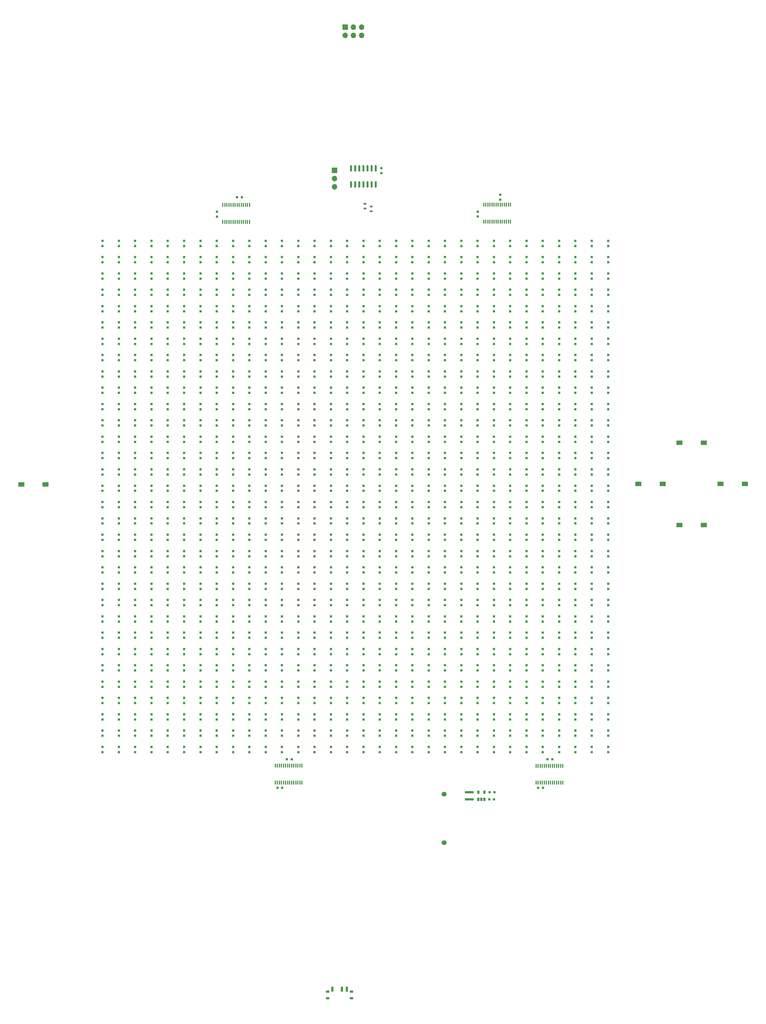
<source format=gts>
%TF.GenerationSoftware,KiCad,Pcbnew,(5.1.9)-1*%
%TF.CreationDate,2021-07-16T12:39:06-07:00*%
%TF.ProjectId,CoronaBadge1,436f726f-6e61-4426-9164-6765312e6b69,rev?*%
%TF.SameCoordinates,Original*%
%TF.FileFunction,Soldermask,Top*%
%TF.FilePolarity,Negative*%
%FSLAX46Y46*%
G04 Gerber Fmt 4.6, Leading zero omitted, Abs format (unit mm)*
G04 Created by KiCad (PCBNEW (5.1.9)-1) date 2021-07-16 12:39:06*
%MOMM*%
%LPD*%
G01*
G04 APERTURE LIST*
%ADD10C,1.530000*%
%ADD11R,1.900000X1.400000*%
%ADD12R,0.800000X0.800000*%
%ADD13R,0.750000X0.800000*%
%ADD14R,0.400000X1.200000*%
%ADD15R,0.650000X1.060000*%
%ADD16R,1.000000X0.800000*%
%ADD17R,0.700000X1.500000*%
%ADD18R,0.900000X0.500000*%
%ADD19R,2.700000X0.800000*%
%ADD20R,1.700000X1.700000*%
%ADD21O,1.700000X1.700000*%
%ADD22R,0.800000X0.750000*%
G04 APERTURE END LIST*
D10*
X220380000Y-278805000D03*
X220380000Y-293795000D03*
D11*
X300650000Y-170400000D03*
X293150000Y-170400000D03*
X89750000Y-183200000D03*
X97250000Y-183200000D03*
X300650000Y-195800000D03*
X293150000Y-195800000D03*
X287950000Y-183100000D03*
X280450000Y-183100000D03*
X313350000Y-183100000D03*
X305850000Y-183100000D03*
D12*
X271080472Y-264250473D03*
X271080472Y-265850473D03*
X266041102Y-264250473D03*
X266041102Y-265850473D03*
X261001732Y-264250473D03*
X261001732Y-265850473D03*
X255962362Y-264250473D03*
X255962362Y-265850473D03*
X250922992Y-264250473D03*
X250922992Y-265850473D03*
X245883622Y-264250473D03*
X245883622Y-265850473D03*
X240844251Y-264250473D03*
X240844251Y-265850473D03*
X235804881Y-264250473D03*
X235804881Y-265850473D03*
X230765511Y-264250473D03*
X230765511Y-265850473D03*
X225726141Y-264250473D03*
X225726141Y-265850473D03*
X220686771Y-264250473D03*
X220686771Y-265850473D03*
X215647401Y-264250473D03*
X215647401Y-265850473D03*
X210608031Y-264250473D03*
X210608031Y-265850473D03*
X205568661Y-264250473D03*
X205568661Y-265850473D03*
X200529291Y-264250473D03*
X200529291Y-265850473D03*
X195489921Y-264250473D03*
X195489921Y-265850473D03*
X190450551Y-264250473D03*
X190450551Y-265850473D03*
X185411181Y-264250473D03*
X185411181Y-265850473D03*
X180371811Y-264250473D03*
X180371811Y-265850473D03*
X175332440Y-264250473D03*
X175332440Y-265850473D03*
X170293070Y-264250473D03*
X170293070Y-265850473D03*
X165253700Y-264250473D03*
X165253700Y-265850473D03*
X160214330Y-264250473D03*
X160214330Y-265850473D03*
X155174960Y-264250473D03*
X155174960Y-265850473D03*
X150135590Y-264250473D03*
X150135590Y-265850473D03*
X145096220Y-264250473D03*
X145096220Y-265850473D03*
X140056850Y-264250473D03*
X140056850Y-265850473D03*
X135017480Y-264250473D03*
X135017480Y-265850473D03*
X129978110Y-264250473D03*
X129978110Y-265850473D03*
X124938740Y-264250473D03*
X124938740Y-265850473D03*
X119899370Y-264250473D03*
X119899370Y-265850473D03*
X114860000Y-264250473D03*
X114860000Y-265850473D03*
X271080472Y-259211103D03*
X271080472Y-260811103D03*
X266041102Y-259211103D03*
X266041102Y-260811103D03*
X261001732Y-259211103D03*
X261001732Y-260811103D03*
X255962362Y-259211103D03*
X255962362Y-260811103D03*
X250922992Y-259211103D03*
X250922992Y-260811103D03*
X245883622Y-259211103D03*
X245883622Y-260811103D03*
X240844251Y-259211103D03*
X240844251Y-260811103D03*
X235804881Y-259211103D03*
X235804881Y-260811103D03*
X230765511Y-259211103D03*
X230765511Y-260811103D03*
X225726141Y-259211103D03*
X225726141Y-260811103D03*
X220686771Y-259211103D03*
X220686771Y-260811103D03*
X215647401Y-259211103D03*
X215647401Y-260811103D03*
X210608031Y-259211103D03*
X210608031Y-260811103D03*
X205568661Y-259211103D03*
X205568661Y-260811103D03*
X200529291Y-259211103D03*
X200529291Y-260811103D03*
X195489921Y-259211103D03*
X195489921Y-260811103D03*
X190450551Y-259211103D03*
X190450551Y-260811103D03*
X185411181Y-259211103D03*
X185411181Y-260811103D03*
X180371811Y-259211103D03*
X180371811Y-260811103D03*
X175332440Y-259211103D03*
X175332440Y-260811103D03*
X170293070Y-259211103D03*
X170293070Y-260811103D03*
X165253700Y-259211103D03*
X165253700Y-260811103D03*
X160214330Y-259211103D03*
X160214330Y-260811103D03*
X155174960Y-259211103D03*
X155174960Y-260811103D03*
X150135590Y-259211103D03*
X150135590Y-260811103D03*
X145096220Y-259211103D03*
X145096220Y-260811103D03*
X140056850Y-259211103D03*
X140056850Y-260811103D03*
X135017480Y-259211103D03*
X135017480Y-260811103D03*
X129978110Y-259211103D03*
X129978110Y-260811103D03*
X124938740Y-259211103D03*
X124938740Y-260811103D03*
X119899370Y-259211103D03*
X119899370Y-260811103D03*
X114860000Y-259211103D03*
X114860000Y-260811103D03*
X271080472Y-254171733D03*
X271080472Y-255771733D03*
X266041102Y-254171733D03*
X266041102Y-255771733D03*
X261001732Y-254171733D03*
X261001732Y-255771733D03*
X255962362Y-254171733D03*
X255962362Y-255771733D03*
X250922992Y-254171733D03*
X250922992Y-255771733D03*
X245883622Y-254171733D03*
X245883622Y-255771733D03*
X240844251Y-254171733D03*
X240844251Y-255771733D03*
X235804881Y-254171733D03*
X235804881Y-255771733D03*
X230765511Y-254171733D03*
X230765511Y-255771733D03*
X225726141Y-254171733D03*
X225726141Y-255771733D03*
X220686771Y-254171733D03*
X220686771Y-255771733D03*
X215647401Y-254171733D03*
X215647401Y-255771733D03*
X210608031Y-254171733D03*
X210608031Y-255771733D03*
X205568661Y-254171733D03*
X205568661Y-255771733D03*
X200529291Y-254171733D03*
X200529291Y-255771733D03*
X195489921Y-254171733D03*
X195489921Y-255771733D03*
X190450551Y-254171733D03*
X190450551Y-255771733D03*
X185411181Y-254171733D03*
X185411181Y-255771733D03*
X180371811Y-254171733D03*
X180371811Y-255771733D03*
X175332440Y-254171733D03*
X175332440Y-255771733D03*
X170293070Y-254171733D03*
X170293070Y-255771733D03*
X165253700Y-254171733D03*
X165253700Y-255771733D03*
X160214330Y-254171733D03*
X160214330Y-255771733D03*
X155174960Y-254171733D03*
X155174960Y-255771733D03*
X150135590Y-254171733D03*
X150135590Y-255771733D03*
X145096220Y-254171733D03*
X145096220Y-255771733D03*
X140056850Y-254171733D03*
X140056850Y-255771733D03*
X135017480Y-254171733D03*
X135017480Y-255771733D03*
X129978110Y-254171733D03*
X129978110Y-255771733D03*
X124938740Y-254171733D03*
X124938740Y-255771733D03*
X119899370Y-254171733D03*
X119899370Y-255771733D03*
X114860000Y-254171733D03*
X114860000Y-255771733D03*
X271080472Y-249132363D03*
X271080472Y-250732363D03*
X266041102Y-249132363D03*
X266041102Y-250732363D03*
X261001732Y-249132363D03*
X261001732Y-250732363D03*
X255962362Y-249132363D03*
X255962362Y-250732363D03*
X250922992Y-249132363D03*
X250922992Y-250732363D03*
X245883622Y-249132363D03*
X245883622Y-250732363D03*
X240844251Y-249132363D03*
X240844251Y-250732363D03*
X235804881Y-249132363D03*
X235804881Y-250732363D03*
X230765511Y-249132363D03*
X230765511Y-250732363D03*
X225726141Y-249132363D03*
X225726141Y-250732363D03*
X220686771Y-249132363D03*
X220686771Y-250732363D03*
X215647401Y-249132363D03*
X215647401Y-250732363D03*
X210608031Y-249132363D03*
X210608031Y-250732363D03*
X205568661Y-249132363D03*
X205568661Y-250732363D03*
X200529291Y-249132363D03*
X200529291Y-250732363D03*
X195489921Y-249132363D03*
X195489921Y-250732363D03*
X190450551Y-249132363D03*
X190450551Y-250732363D03*
X185411181Y-249132363D03*
X185411181Y-250732363D03*
X180371811Y-249132363D03*
X180371811Y-250732363D03*
X175332440Y-249132363D03*
X175332440Y-250732363D03*
X170293070Y-249132363D03*
X170293070Y-250732363D03*
X165253700Y-249132363D03*
X165253700Y-250732363D03*
X160214330Y-249132363D03*
X160214330Y-250732363D03*
X155174960Y-249132363D03*
X155174960Y-250732363D03*
X150135590Y-249132363D03*
X150135590Y-250732363D03*
X145096220Y-249132363D03*
X145096220Y-250732363D03*
X140056850Y-249132363D03*
X140056850Y-250732363D03*
X135017480Y-249132363D03*
X135017480Y-250732363D03*
X129978110Y-249132363D03*
X129978110Y-250732363D03*
X124938740Y-249132363D03*
X124938740Y-250732363D03*
X119899370Y-249132363D03*
X119899370Y-250732363D03*
X114860000Y-249132363D03*
X114860000Y-250732363D03*
X271080472Y-244092993D03*
X271080472Y-245692993D03*
X266041102Y-244092993D03*
X266041102Y-245692993D03*
X261001732Y-244092993D03*
X261001732Y-245692993D03*
X255962362Y-244092993D03*
X255962362Y-245692993D03*
X250922992Y-244092993D03*
X250922992Y-245692993D03*
X245883622Y-244092993D03*
X245883622Y-245692993D03*
X240844251Y-244092993D03*
X240844251Y-245692993D03*
X235804881Y-244092993D03*
X235804881Y-245692993D03*
X230765511Y-244092993D03*
X230765511Y-245692993D03*
X225726141Y-244092993D03*
X225726141Y-245692993D03*
X220686771Y-244092993D03*
X220686771Y-245692993D03*
X215647401Y-244092993D03*
X215647401Y-245692993D03*
X210608031Y-244092993D03*
X210608031Y-245692993D03*
X205568661Y-244092993D03*
X205568661Y-245692993D03*
X200529291Y-244092993D03*
X200529291Y-245692993D03*
X195489921Y-244092993D03*
X195489921Y-245692993D03*
X190450551Y-244092993D03*
X190450551Y-245692993D03*
X185411181Y-244092993D03*
X185411181Y-245692993D03*
X180371811Y-244092993D03*
X180371811Y-245692993D03*
X175332440Y-244092993D03*
X175332440Y-245692993D03*
X170293070Y-244092993D03*
X170293070Y-245692993D03*
X165253700Y-244092993D03*
X165253700Y-245692993D03*
X160214330Y-244092993D03*
X160214330Y-245692993D03*
X155174960Y-244092993D03*
X155174960Y-245692993D03*
X150135590Y-244092993D03*
X150135590Y-245692993D03*
X145096220Y-244092993D03*
X145096220Y-245692993D03*
X140056850Y-244092993D03*
X140056850Y-245692993D03*
X135017480Y-244092993D03*
X135017480Y-245692993D03*
X129978110Y-244092993D03*
X129978110Y-245692993D03*
X124938740Y-244092993D03*
X124938740Y-245692993D03*
X119899370Y-244092993D03*
X119899370Y-245692993D03*
X114860000Y-244092993D03*
X114860000Y-245692993D03*
X271080472Y-239053623D03*
X271080472Y-240653623D03*
X266041102Y-239053623D03*
X266041102Y-240653623D03*
X261001732Y-239053623D03*
X261001732Y-240653623D03*
X255962362Y-239053623D03*
X255962362Y-240653623D03*
X250922992Y-239053623D03*
X250922992Y-240653623D03*
X245883622Y-239053623D03*
X245883622Y-240653623D03*
X240844251Y-239053623D03*
X240844251Y-240653623D03*
X235804881Y-239053623D03*
X235804881Y-240653623D03*
X230765511Y-239053623D03*
X230765511Y-240653623D03*
X225726141Y-239053623D03*
X225726141Y-240653623D03*
X220686771Y-239053623D03*
X220686771Y-240653623D03*
X215647401Y-239053623D03*
X215647401Y-240653623D03*
X210608031Y-239053623D03*
X210608031Y-240653623D03*
X205568661Y-239053623D03*
X205568661Y-240653623D03*
X200529291Y-239053623D03*
X200529291Y-240653623D03*
X195489921Y-239053623D03*
X195489921Y-240653623D03*
X190450551Y-239053623D03*
X190450551Y-240653623D03*
X185411181Y-239053623D03*
X185411181Y-240653623D03*
X180371811Y-239053623D03*
X180371811Y-240653623D03*
X175332440Y-239053623D03*
X175332440Y-240653623D03*
X170293070Y-239053623D03*
X170293070Y-240653623D03*
X165253700Y-239053623D03*
X165253700Y-240653623D03*
X160214330Y-239053623D03*
X160214330Y-240653623D03*
X155174960Y-239053623D03*
X155174960Y-240653623D03*
X150135590Y-239053623D03*
X150135590Y-240653623D03*
X145096220Y-239053623D03*
X145096220Y-240653623D03*
X140056850Y-239053623D03*
X140056850Y-240653623D03*
X135017480Y-239053623D03*
X135017480Y-240653623D03*
X129978110Y-239053623D03*
X129978110Y-240653623D03*
X124938740Y-239053623D03*
X124938740Y-240653623D03*
X119899370Y-239053623D03*
X119899370Y-240653623D03*
X114860000Y-239053623D03*
X114860000Y-240653623D03*
X271080472Y-234014252D03*
X271080472Y-235614252D03*
X266041102Y-234014252D03*
X266041102Y-235614252D03*
X261001732Y-234014252D03*
X261001732Y-235614252D03*
X255962362Y-234014252D03*
X255962362Y-235614252D03*
X250922992Y-234014252D03*
X250922992Y-235614252D03*
X245883622Y-234014252D03*
X245883622Y-235614252D03*
X240844251Y-234014252D03*
X240844251Y-235614252D03*
X235804881Y-234014252D03*
X235804881Y-235614252D03*
X230765511Y-234014252D03*
X230765511Y-235614252D03*
X225726141Y-234014252D03*
X225726141Y-235614252D03*
X220686771Y-234014252D03*
X220686771Y-235614252D03*
X215647401Y-234014252D03*
X215647401Y-235614252D03*
X210608031Y-234014252D03*
X210608031Y-235614252D03*
X205568661Y-234014252D03*
X205568661Y-235614252D03*
X200529291Y-234014252D03*
X200529291Y-235614252D03*
X195489921Y-234014252D03*
X195489921Y-235614252D03*
X190450551Y-234014252D03*
X190450551Y-235614252D03*
X185411181Y-234014252D03*
X185411181Y-235614252D03*
X180371811Y-234014252D03*
X180371811Y-235614252D03*
X175332440Y-234014252D03*
X175332440Y-235614252D03*
X170293070Y-234014252D03*
X170293070Y-235614252D03*
X165253700Y-234014252D03*
X165253700Y-235614252D03*
X160214330Y-234014252D03*
X160214330Y-235614252D03*
X155174960Y-234014252D03*
X155174960Y-235614252D03*
X150135590Y-234014252D03*
X150135590Y-235614252D03*
X145096220Y-234014252D03*
X145096220Y-235614252D03*
X140056850Y-234014252D03*
X140056850Y-235614252D03*
X135017480Y-234014252D03*
X135017480Y-235614252D03*
X129978110Y-234014252D03*
X129978110Y-235614252D03*
X124938740Y-234014252D03*
X124938740Y-235614252D03*
X119899370Y-234014252D03*
X119899370Y-235614252D03*
X114860000Y-234014252D03*
X114860000Y-235614252D03*
X271080472Y-228974882D03*
X271080472Y-230574882D03*
X266041102Y-228974882D03*
X266041102Y-230574882D03*
X261001732Y-228974882D03*
X261001732Y-230574882D03*
X255962362Y-228974882D03*
X255962362Y-230574882D03*
X250922992Y-228974882D03*
X250922992Y-230574882D03*
X245883622Y-228974882D03*
X245883622Y-230574882D03*
X240844251Y-228974882D03*
X240844251Y-230574882D03*
X235804881Y-228974882D03*
X235804881Y-230574882D03*
X230765511Y-228974882D03*
X230765511Y-230574882D03*
X225726141Y-228974882D03*
X225726141Y-230574882D03*
X220686771Y-228974882D03*
X220686771Y-230574882D03*
X215647401Y-228974882D03*
X215647401Y-230574882D03*
X210608031Y-228974882D03*
X210608031Y-230574882D03*
X205568661Y-228974882D03*
X205568661Y-230574882D03*
X200529291Y-228974882D03*
X200529291Y-230574882D03*
X195489921Y-228974882D03*
X195489921Y-230574882D03*
X190450551Y-228974882D03*
X190450551Y-230574882D03*
X185411181Y-228974882D03*
X185411181Y-230574882D03*
X180371811Y-228974882D03*
X180371811Y-230574882D03*
X175332440Y-228974882D03*
X175332440Y-230574882D03*
X170293070Y-228974882D03*
X170293070Y-230574882D03*
X165253700Y-228974882D03*
X165253700Y-230574882D03*
X160214330Y-228974882D03*
X160214330Y-230574882D03*
X155174960Y-228974882D03*
X155174960Y-230574882D03*
X150135590Y-228974882D03*
X150135590Y-230574882D03*
X145096220Y-228974882D03*
X145096220Y-230574882D03*
X140056850Y-228974882D03*
X140056850Y-230574882D03*
X135017480Y-228974882D03*
X135017480Y-230574882D03*
X129978110Y-228974882D03*
X129978110Y-230574882D03*
X124938740Y-228974882D03*
X124938740Y-230574882D03*
X119899370Y-228974882D03*
X119899370Y-230574882D03*
X114860000Y-228974882D03*
X114860000Y-230574882D03*
X271080472Y-223935512D03*
X271080472Y-225535512D03*
X266041102Y-223935512D03*
X266041102Y-225535512D03*
X261001732Y-223935512D03*
X261001732Y-225535512D03*
X255962362Y-223935512D03*
X255962362Y-225535512D03*
X250922992Y-223935512D03*
X250922992Y-225535512D03*
X245883622Y-223935512D03*
X245883622Y-225535512D03*
X240844251Y-223935512D03*
X240844251Y-225535512D03*
X235804881Y-223935512D03*
X235804881Y-225535512D03*
X230765511Y-223935512D03*
X230765511Y-225535512D03*
X225726141Y-223935512D03*
X225726141Y-225535512D03*
X220686771Y-223935512D03*
X220686771Y-225535512D03*
X215647401Y-223935512D03*
X215647401Y-225535512D03*
X210608031Y-223935512D03*
X210608031Y-225535512D03*
X205568661Y-223935512D03*
X205568661Y-225535512D03*
X200529291Y-223935512D03*
X200529291Y-225535512D03*
X195489921Y-223935512D03*
X195489921Y-225535512D03*
X190450551Y-223935512D03*
X190450551Y-225535512D03*
X185411181Y-223935512D03*
X185411181Y-225535512D03*
X180371811Y-223935512D03*
X180371811Y-225535512D03*
X175332440Y-223935512D03*
X175332440Y-225535512D03*
X170293070Y-223935512D03*
X170293070Y-225535512D03*
X165253700Y-223935512D03*
X165253700Y-225535512D03*
X160214330Y-223935512D03*
X160214330Y-225535512D03*
X155174960Y-223935512D03*
X155174960Y-225535512D03*
X150135590Y-223935512D03*
X150135590Y-225535512D03*
X145096220Y-223935512D03*
X145096220Y-225535512D03*
X140056850Y-223935512D03*
X140056850Y-225535512D03*
X135017480Y-223935512D03*
X135017480Y-225535512D03*
X129978110Y-223935512D03*
X129978110Y-225535512D03*
X124938740Y-223935512D03*
X124938740Y-225535512D03*
X119899370Y-223935512D03*
X119899370Y-225535512D03*
X114860000Y-223935512D03*
X114860000Y-225535512D03*
X271080472Y-218896142D03*
X271080472Y-220496142D03*
X266041102Y-218896142D03*
X266041102Y-220496142D03*
X261001732Y-218896142D03*
X261001732Y-220496142D03*
X255962362Y-218896142D03*
X255962362Y-220496142D03*
X250922992Y-218896142D03*
X250922992Y-220496142D03*
X245883622Y-218896142D03*
X245883622Y-220496142D03*
X240844251Y-218896142D03*
X240844251Y-220496142D03*
X235804881Y-218896142D03*
X235804881Y-220496142D03*
X230765511Y-218896142D03*
X230765511Y-220496142D03*
X225726141Y-218896142D03*
X225726141Y-220496142D03*
X220686771Y-218896142D03*
X220686771Y-220496142D03*
X215647401Y-218896142D03*
X215647401Y-220496142D03*
X210608031Y-218896142D03*
X210608031Y-220496142D03*
X205568661Y-218896142D03*
X205568661Y-220496142D03*
X200529291Y-218896142D03*
X200529291Y-220496142D03*
X195489921Y-218896142D03*
X195489921Y-220496142D03*
X190450551Y-218896142D03*
X190450551Y-220496142D03*
X185411181Y-218896142D03*
X185411181Y-220496142D03*
X180371811Y-218896142D03*
X180371811Y-220496142D03*
X175332440Y-218896142D03*
X175332440Y-220496142D03*
X170293070Y-218896142D03*
X170293070Y-220496142D03*
X165253700Y-218896142D03*
X165253700Y-220496142D03*
X160214330Y-218896142D03*
X160214330Y-220496142D03*
X155174960Y-218896142D03*
X155174960Y-220496142D03*
X150135590Y-218896142D03*
X150135590Y-220496142D03*
X145096220Y-218896142D03*
X145096220Y-220496142D03*
X140056850Y-218896142D03*
X140056850Y-220496142D03*
X135017480Y-218896142D03*
X135017480Y-220496142D03*
X129978110Y-218896142D03*
X129978110Y-220496142D03*
X124938740Y-218896142D03*
X124938740Y-220496142D03*
X119899370Y-218896142D03*
X119899370Y-220496142D03*
X114860000Y-218896142D03*
X114860000Y-220496142D03*
X271080472Y-213856772D03*
X271080472Y-215456772D03*
X266041102Y-213856772D03*
X266041102Y-215456772D03*
X261001732Y-213856772D03*
X261001732Y-215456772D03*
X255962362Y-213856772D03*
X255962362Y-215456772D03*
X250922992Y-213856772D03*
X250922992Y-215456772D03*
X245883622Y-213856772D03*
X245883622Y-215456772D03*
X240844251Y-213856772D03*
X240844251Y-215456772D03*
X235804881Y-213856772D03*
X235804881Y-215456772D03*
X230765511Y-213856772D03*
X230765511Y-215456772D03*
X225726141Y-213856772D03*
X225726141Y-215456772D03*
X220686771Y-213856772D03*
X220686771Y-215456772D03*
X215647401Y-213856772D03*
X215647401Y-215456772D03*
X210608031Y-213856772D03*
X210608031Y-215456772D03*
X205568661Y-213856772D03*
X205568661Y-215456772D03*
X200529291Y-213856772D03*
X200529291Y-215456772D03*
X195489921Y-213856772D03*
X195489921Y-215456772D03*
X190450551Y-213856772D03*
X190450551Y-215456772D03*
X185411181Y-213856772D03*
X185411181Y-215456772D03*
X180371811Y-213856772D03*
X180371811Y-215456772D03*
X175332440Y-213856772D03*
X175332440Y-215456772D03*
X170293070Y-213856772D03*
X170293070Y-215456772D03*
X165253700Y-213856772D03*
X165253700Y-215456772D03*
X160214330Y-213856772D03*
X160214330Y-215456772D03*
X155174960Y-213856772D03*
X155174960Y-215456772D03*
X150135590Y-213856772D03*
X150135590Y-215456772D03*
X145096220Y-213856772D03*
X145096220Y-215456772D03*
X140056850Y-213856772D03*
X140056850Y-215456772D03*
X135017480Y-213856772D03*
X135017480Y-215456772D03*
X129978110Y-213856772D03*
X129978110Y-215456772D03*
X124938740Y-213856772D03*
X124938740Y-215456772D03*
X119899370Y-213856772D03*
X119899370Y-215456772D03*
X114860000Y-213856772D03*
X114860000Y-215456772D03*
X271080472Y-208817402D03*
X271080472Y-210417402D03*
X266041102Y-208817402D03*
X266041102Y-210417402D03*
X261001732Y-208817402D03*
X261001732Y-210417402D03*
X255962362Y-208817402D03*
X255962362Y-210417402D03*
X250922992Y-208817402D03*
X250922992Y-210417402D03*
X245883622Y-208817402D03*
X245883622Y-210417402D03*
X240844251Y-208817402D03*
X240844251Y-210417402D03*
X235804881Y-208817402D03*
X235804881Y-210417402D03*
X230765511Y-208817402D03*
X230765511Y-210417402D03*
X225726141Y-208817402D03*
X225726141Y-210417402D03*
X220686771Y-208817402D03*
X220686771Y-210417402D03*
X215647401Y-208817402D03*
X215647401Y-210417402D03*
X210608031Y-208817402D03*
X210608031Y-210417402D03*
X205568661Y-208817402D03*
X205568661Y-210417402D03*
X200529291Y-208817402D03*
X200529291Y-210417402D03*
X195489921Y-208817402D03*
X195489921Y-210417402D03*
X190450551Y-208817402D03*
X190450551Y-210417402D03*
X185411181Y-208817402D03*
X185411181Y-210417402D03*
X180371811Y-208817402D03*
X180371811Y-210417402D03*
X175332440Y-208817402D03*
X175332440Y-210417402D03*
X170293070Y-208817402D03*
X170293070Y-210417402D03*
X165253700Y-208817402D03*
X165253700Y-210417402D03*
X160214330Y-208817402D03*
X160214330Y-210417402D03*
X155174960Y-208817402D03*
X155174960Y-210417402D03*
X150135590Y-208817402D03*
X150135590Y-210417402D03*
X145096220Y-208817402D03*
X145096220Y-210417402D03*
X140056850Y-208817402D03*
X140056850Y-210417402D03*
X135017480Y-208817402D03*
X135017480Y-210417402D03*
X129978110Y-208817402D03*
X129978110Y-210417402D03*
X124938740Y-208817402D03*
X124938740Y-210417402D03*
X119899370Y-208817402D03*
X119899370Y-210417402D03*
X114860000Y-208817402D03*
X114860000Y-210417402D03*
X271080472Y-203778032D03*
X271080472Y-205378032D03*
X266041102Y-203778032D03*
X266041102Y-205378032D03*
X261001732Y-203778032D03*
X261001732Y-205378032D03*
X255962362Y-203778032D03*
X255962362Y-205378032D03*
X250922992Y-203778032D03*
X250922992Y-205378032D03*
X245883622Y-203778032D03*
X245883622Y-205378032D03*
X240844251Y-203778032D03*
X240844251Y-205378032D03*
X235804881Y-203778032D03*
X235804881Y-205378032D03*
X230765511Y-203778032D03*
X230765511Y-205378032D03*
X225726141Y-203778032D03*
X225726141Y-205378032D03*
X220686771Y-203778032D03*
X220686771Y-205378032D03*
X215647401Y-203778032D03*
X215647401Y-205378032D03*
X210608031Y-203778032D03*
X210608031Y-205378032D03*
X205568661Y-203778032D03*
X205568661Y-205378032D03*
X200529291Y-203778032D03*
X200529291Y-205378032D03*
X195489921Y-203778032D03*
X195489921Y-205378032D03*
X190450551Y-203778032D03*
X190450551Y-205378032D03*
X185411181Y-203778032D03*
X185411181Y-205378032D03*
X180371811Y-203778032D03*
X180371811Y-205378032D03*
X175332440Y-203778032D03*
X175332440Y-205378032D03*
X170293070Y-203778032D03*
X170293070Y-205378032D03*
X165253700Y-203778032D03*
X165253700Y-205378032D03*
X160214330Y-203778032D03*
X160214330Y-205378032D03*
X155174960Y-203778032D03*
X155174960Y-205378032D03*
X150135590Y-203778032D03*
X150135590Y-205378032D03*
X145096220Y-203778032D03*
X145096220Y-205378032D03*
X140056850Y-203778032D03*
X140056850Y-205378032D03*
X135017480Y-203778032D03*
X135017480Y-205378032D03*
X129978110Y-203778032D03*
X129978110Y-205378032D03*
X124938740Y-203778032D03*
X124938740Y-205378032D03*
X119899370Y-203778032D03*
X119899370Y-205378032D03*
X114860000Y-203778032D03*
X114860000Y-205378032D03*
X271080472Y-198738662D03*
X271080472Y-200338662D03*
X266041102Y-198738662D03*
X266041102Y-200338662D03*
X261001732Y-198738662D03*
X261001732Y-200338662D03*
X255962362Y-198738662D03*
X255962362Y-200338662D03*
X250922992Y-198738662D03*
X250922992Y-200338662D03*
X245883622Y-198738662D03*
X245883622Y-200338662D03*
X240844251Y-198738662D03*
X240844251Y-200338662D03*
X235804881Y-198738662D03*
X235804881Y-200338662D03*
X230765511Y-198738662D03*
X230765511Y-200338662D03*
X225726141Y-198738662D03*
X225726141Y-200338662D03*
X220686771Y-198738662D03*
X220686771Y-200338662D03*
X215647401Y-198738662D03*
X215647401Y-200338662D03*
X210608031Y-198738662D03*
X210608031Y-200338662D03*
X205568661Y-198738662D03*
X205568661Y-200338662D03*
X200529291Y-198738662D03*
X200529291Y-200338662D03*
X195489921Y-198738662D03*
X195489921Y-200338662D03*
X190450551Y-198738662D03*
X190450551Y-200338662D03*
X185411181Y-198738662D03*
X185411181Y-200338662D03*
X180371811Y-198738662D03*
X180371811Y-200338662D03*
X175332440Y-198738662D03*
X175332440Y-200338662D03*
X170293070Y-198738662D03*
X170293070Y-200338662D03*
X165253700Y-198738662D03*
X165253700Y-200338662D03*
X160214330Y-198738662D03*
X160214330Y-200338662D03*
X155174960Y-198738662D03*
X155174960Y-200338662D03*
X150135590Y-198738662D03*
X150135590Y-200338662D03*
X145096220Y-198738662D03*
X145096220Y-200338662D03*
X140056850Y-198738662D03*
X140056850Y-200338662D03*
X135017480Y-198738662D03*
X135017480Y-200338662D03*
X129978110Y-198738662D03*
X129978110Y-200338662D03*
X124938740Y-198738662D03*
X124938740Y-200338662D03*
X119899370Y-198738662D03*
X119899370Y-200338662D03*
X114860000Y-198738662D03*
X114860000Y-200338662D03*
X271080472Y-193699292D03*
X271080472Y-195299292D03*
X266041102Y-193699292D03*
X266041102Y-195299292D03*
X261001732Y-193699292D03*
X261001732Y-195299292D03*
X255962362Y-193699292D03*
X255962362Y-195299292D03*
X250922992Y-193699292D03*
X250922992Y-195299292D03*
X245883622Y-193699292D03*
X245883622Y-195299292D03*
X240844251Y-193699292D03*
X240844251Y-195299292D03*
X235804881Y-193699292D03*
X235804881Y-195299292D03*
X230765511Y-193699292D03*
X230765511Y-195299292D03*
X225726141Y-193699292D03*
X225726141Y-195299292D03*
X220686771Y-193699292D03*
X220686771Y-195299292D03*
X215647401Y-193699292D03*
X215647401Y-195299292D03*
X210608031Y-193699292D03*
X210608031Y-195299292D03*
X205568661Y-193699292D03*
X205568661Y-195299292D03*
X200529291Y-193699292D03*
X200529291Y-195299292D03*
X195489921Y-193699292D03*
X195489921Y-195299292D03*
X190450551Y-193699292D03*
X190450551Y-195299292D03*
X185411181Y-193699292D03*
X185411181Y-195299292D03*
X180371811Y-193699292D03*
X180371811Y-195299292D03*
X175332440Y-193699292D03*
X175332440Y-195299292D03*
X170293070Y-193699292D03*
X170293070Y-195299292D03*
X165253700Y-193699292D03*
X165253700Y-195299292D03*
X160214330Y-193699292D03*
X160214330Y-195299292D03*
X155174960Y-193699292D03*
X155174960Y-195299292D03*
X150135590Y-193699292D03*
X150135590Y-195299292D03*
X145096220Y-193699292D03*
X145096220Y-195299292D03*
X140056850Y-193699292D03*
X140056850Y-195299292D03*
X135017480Y-193699292D03*
X135017480Y-195299292D03*
X129978110Y-193699292D03*
X129978110Y-195299292D03*
X124938740Y-193699292D03*
X124938740Y-195299292D03*
X119899370Y-193699292D03*
X119899370Y-195299292D03*
X114860000Y-193699292D03*
X114860000Y-195299292D03*
X271080472Y-188659922D03*
X271080472Y-190259922D03*
X266041102Y-188659922D03*
X266041102Y-190259922D03*
X261001732Y-188659922D03*
X261001732Y-190259922D03*
X255962362Y-188659922D03*
X255962362Y-190259922D03*
X250922992Y-188659922D03*
X250922992Y-190259922D03*
X245883622Y-188659922D03*
X245883622Y-190259922D03*
X240844251Y-188659922D03*
X240844251Y-190259922D03*
X235804881Y-188659922D03*
X235804881Y-190259922D03*
X230765511Y-188659922D03*
X230765511Y-190259922D03*
X225726141Y-188659922D03*
X225726141Y-190259922D03*
X220686771Y-188659922D03*
X220686771Y-190259922D03*
X215647401Y-188659922D03*
X215647401Y-190259922D03*
X210608031Y-188659922D03*
X210608031Y-190259922D03*
X205568661Y-188659922D03*
X205568661Y-190259922D03*
X200529291Y-188659922D03*
X200529291Y-190259922D03*
X195489921Y-188659922D03*
X195489921Y-190259922D03*
X190450551Y-188659922D03*
X190450551Y-190259922D03*
X185411181Y-188659922D03*
X185411181Y-190259922D03*
X180371811Y-188659922D03*
X180371811Y-190259922D03*
X175332440Y-188659922D03*
X175332440Y-190259922D03*
X170293070Y-188659922D03*
X170293070Y-190259922D03*
X165253700Y-188659922D03*
X165253700Y-190259922D03*
X160214330Y-188659922D03*
X160214330Y-190259922D03*
X155174960Y-188659922D03*
X155174960Y-190259922D03*
X150135590Y-188659922D03*
X150135590Y-190259922D03*
X145096220Y-188659922D03*
X145096220Y-190259922D03*
X140056850Y-188659922D03*
X140056850Y-190259922D03*
X135017480Y-188659922D03*
X135017480Y-190259922D03*
X129978110Y-188659922D03*
X129978110Y-190259922D03*
X124938740Y-188659922D03*
X124938740Y-190259922D03*
X119899370Y-188659922D03*
X119899370Y-190259922D03*
X114860000Y-188659922D03*
X114860000Y-190259922D03*
X271080472Y-183620552D03*
X271080472Y-185220552D03*
X266041102Y-183620552D03*
X266041102Y-185220552D03*
X261001732Y-183620552D03*
X261001732Y-185220552D03*
X255962362Y-183620552D03*
X255962362Y-185220552D03*
X250922992Y-183620552D03*
X250922992Y-185220552D03*
X245883622Y-183620552D03*
X245883622Y-185220552D03*
X240844251Y-183620552D03*
X240844251Y-185220552D03*
X235804881Y-183620552D03*
X235804881Y-185220552D03*
X230765511Y-183620552D03*
X230765511Y-185220552D03*
X225726141Y-183620552D03*
X225726141Y-185220552D03*
X220686771Y-183620552D03*
X220686771Y-185220552D03*
X215647401Y-183620552D03*
X215647401Y-185220552D03*
X210608031Y-183620552D03*
X210608031Y-185220552D03*
X205568661Y-183620552D03*
X205568661Y-185220552D03*
X200529291Y-183620552D03*
X200529291Y-185220552D03*
X195489921Y-183620552D03*
X195489921Y-185220552D03*
X190450551Y-183620552D03*
X190450551Y-185220552D03*
X185411181Y-183620552D03*
X185411181Y-185220552D03*
X180371811Y-183620552D03*
X180371811Y-185220552D03*
X175332440Y-183620552D03*
X175332440Y-185220552D03*
X170293070Y-183620552D03*
X170293070Y-185220552D03*
X165253700Y-183620552D03*
X165253700Y-185220552D03*
X160214330Y-183620552D03*
X160214330Y-185220552D03*
X155174960Y-183620552D03*
X155174960Y-185220552D03*
X150135590Y-183620552D03*
X150135590Y-185220552D03*
X145096220Y-183620552D03*
X145096220Y-185220552D03*
X140056850Y-183620552D03*
X140056850Y-185220552D03*
X135017480Y-183620552D03*
X135017480Y-185220552D03*
X129978110Y-183620552D03*
X129978110Y-185220552D03*
X124938740Y-183620552D03*
X124938740Y-185220552D03*
X119899370Y-183620552D03*
X119899370Y-185220552D03*
X114860000Y-183620552D03*
X114860000Y-185220552D03*
X271080472Y-178581182D03*
X271080472Y-180181182D03*
X266041102Y-178581182D03*
X266041102Y-180181182D03*
X261001732Y-178581182D03*
X261001732Y-180181182D03*
X255962362Y-178581182D03*
X255962362Y-180181182D03*
X250922992Y-178581182D03*
X250922992Y-180181182D03*
X245883622Y-178581182D03*
X245883622Y-180181182D03*
X240844251Y-178581182D03*
X240844251Y-180181182D03*
X235804881Y-178581182D03*
X235804881Y-180181182D03*
X230765511Y-178581182D03*
X230765511Y-180181182D03*
X225726141Y-178581182D03*
X225726141Y-180181182D03*
X220686771Y-178581182D03*
X220686771Y-180181182D03*
X215647401Y-178581182D03*
X215647401Y-180181182D03*
X210608031Y-178581182D03*
X210608031Y-180181182D03*
X205568661Y-178581182D03*
X205568661Y-180181182D03*
X200529291Y-178581182D03*
X200529291Y-180181182D03*
X195489921Y-178581182D03*
X195489921Y-180181182D03*
X190450551Y-178581182D03*
X190450551Y-180181182D03*
X185411181Y-178581182D03*
X185411181Y-180181182D03*
X180371811Y-178581182D03*
X180371811Y-180181182D03*
X175332440Y-178581182D03*
X175332440Y-180181182D03*
X170293070Y-178581182D03*
X170293070Y-180181182D03*
X165253700Y-178581182D03*
X165253700Y-180181182D03*
X160214330Y-178581182D03*
X160214330Y-180181182D03*
X155174960Y-178581182D03*
X155174960Y-180181182D03*
X150135590Y-178581182D03*
X150135590Y-180181182D03*
X145096220Y-178581182D03*
X145096220Y-180181182D03*
X140056850Y-178581182D03*
X140056850Y-180181182D03*
X135017480Y-178581182D03*
X135017480Y-180181182D03*
X129978110Y-178581182D03*
X129978110Y-180181182D03*
X124938740Y-178581182D03*
X124938740Y-180181182D03*
X119899370Y-178581182D03*
X119899370Y-180181182D03*
X114860000Y-178581182D03*
X114860000Y-180181182D03*
X271080472Y-173541812D03*
X271080472Y-175141812D03*
X266041102Y-173541812D03*
X266041102Y-175141812D03*
X261001732Y-173541812D03*
X261001732Y-175141812D03*
X255962362Y-173541812D03*
X255962362Y-175141812D03*
X250922992Y-173541812D03*
X250922992Y-175141812D03*
X245883622Y-173541812D03*
X245883622Y-175141812D03*
X240844251Y-173541812D03*
X240844251Y-175141812D03*
X235804881Y-173541812D03*
X235804881Y-175141812D03*
X230765511Y-173541812D03*
X230765511Y-175141812D03*
X225726141Y-173541812D03*
X225726141Y-175141812D03*
X220686771Y-173541812D03*
X220686771Y-175141812D03*
X215647401Y-173541812D03*
X215647401Y-175141812D03*
X210608031Y-173541812D03*
X210608031Y-175141812D03*
X205568661Y-173541812D03*
X205568661Y-175141812D03*
X200529291Y-173541812D03*
X200529291Y-175141812D03*
X195489921Y-173541812D03*
X195489921Y-175141812D03*
X190450551Y-173541812D03*
X190450551Y-175141812D03*
X185411181Y-173541812D03*
X185411181Y-175141812D03*
X180371811Y-173541812D03*
X180371811Y-175141812D03*
X175332440Y-173541812D03*
X175332440Y-175141812D03*
X170293070Y-173541812D03*
X170293070Y-175141812D03*
X165253700Y-173541812D03*
X165253700Y-175141812D03*
X160214330Y-173541812D03*
X160214330Y-175141812D03*
X155174960Y-173541812D03*
X155174960Y-175141812D03*
X150135590Y-173541812D03*
X150135590Y-175141812D03*
X145096220Y-173541812D03*
X145096220Y-175141812D03*
X140056850Y-173541812D03*
X140056850Y-175141812D03*
X135017480Y-173541812D03*
X135017480Y-175141812D03*
X129978110Y-173541812D03*
X129978110Y-175141812D03*
X124938740Y-173541812D03*
X124938740Y-175141812D03*
X119899370Y-173541812D03*
X119899370Y-175141812D03*
X114860000Y-173541812D03*
X114860000Y-175141812D03*
X271080472Y-168502441D03*
X271080472Y-170102441D03*
X266041102Y-168502441D03*
X266041102Y-170102441D03*
X261001732Y-168502441D03*
X261001732Y-170102441D03*
X255962362Y-168502441D03*
X255962362Y-170102441D03*
X250922992Y-168502441D03*
X250922992Y-170102441D03*
X245883622Y-168502441D03*
X245883622Y-170102441D03*
X240844251Y-168502441D03*
X240844251Y-170102441D03*
X235804881Y-168502441D03*
X235804881Y-170102441D03*
X230765511Y-168502441D03*
X230765511Y-170102441D03*
X225726141Y-168502441D03*
X225726141Y-170102441D03*
X220686771Y-168502441D03*
X220686771Y-170102441D03*
X215647401Y-168502441D03*
X215647401Y-170102441D03*
X210608031Y-168502441D03*
X210608031Y-170102441D03*
X205568661Y-168502441D03*
X205568661Y-170102441D03*
X200529291Y-168502441D03*
X200529291Y-170102441D03*
X195489921Y-168502441D03*
X195489921Y-170102441D03*
X190450551Y-168502441D03*
X190450551Y-170102441D03*
X185411181Y-168502441D03*
X185411181Y-170102441D03*
X180371811Y-168502441D03*
X180371811Y-170102441D03*
X175332440Y-168502441D03*
X175332440Y-170102441D03*
X170293070Y-168502441D03*
X170293070Y-170102441D03*
X165253700Y-168502441D03*
X165253700Y-170102441D03*
X160214330Y-168502441D03*
X160214330Y-170102441D03*
X155174960Y-168502441D03*
X155174960Y-170102441D03*
X150135590Y-168502441D03*
X150135590Y-170102441D03*
X145096220Y-168502441D03*
X145096220Y-170102441D03*
X140056850Y-168502441D03*
X140056850Y-170102441D03*
X135017480Y-168502441D03*
X135017480Y-170102441D03*
X129978110Y-168502441D03*
X129978110Y-170102441D03*
X124938740Y-168502441D03*
X124938740Y-170102441D03*
X119899370Y-168502441D03*
X119899370Y-170102441D03*
X114860000Y-168502441D03*
X114860000Y-170102441D03*
X271080472Y-163463071D03*
X271080472Y-165063071D03*
X266041102Y-163463071D03*
X266041102Y-165063071D03*
X261001732Y-163463071D03*
X261001732Y-165063071D03*
X255962362Y-163463071D03*
X255962362Y-165063071D03*
X250922992Y-163463071D03*
X250922992Y-165063071D03*
X245883622Y-163463071D03*
X245883622Y-165063071D03*
X240844251Y-163463071D03*
X240844251Y-165063071D03*
X235804881Y-163463071D03*
X235804881Y-165063071D03*
X230765511Y-163463071D03*
X230765511Y-165063071D03*
X225726141Y-163463071D03*
X225726141Y-165063071D03*
X220686771Y-163463071D03*
X220686771Y-165063071D03*
X215647401Y-163463071D03*
X215647401Y-165063071D03*
X210608031Y-163463071D03*
X210608031Y-165063071D03*
X205568661Y-163463071D03*
X205568661Y-165063071D03*
X200529291Y-163463071D03*
X200529291Y-165063071D03*
X195489921Y-163463071D03*
X195489921Y-165063071D03*
X190450551Y-163463071D03*
X190450551Y-165063071D03*
X185411181Y-163463071D03*
X185411181Y-165063071D03*
X180371811Y-163463071D03*
X180371811Y-165063071D03*
X175332440Y-163463071D03*
X175332440Y-165063071D03*
X170293070Y-163463071D03*
X170293070Y-165063071D03*
X165253700Y-163463071D03*
X165253700Y-165063071D03*
X160214330Y-163463071D03*
X160214330Y-165063071D03*
X155174960Y-163463071D03*
X155174960Y-165063071D03*
X150135590Y-163463071D03*
X150135590Y-165063071D03*
X145096220Y-163463071D03*
X145096220Y-165063071D03*
X140056850Y-163463071D03*
X140056850Y-165063071D03*
X135017480Y-163463071D03*
X135017480Y-165063071D03*
X129978110Y-163463071D03*
X129978110Y-165063071D03*
X124938740Y-163463071D03*
X124938740Y-165063071D03*
X119899370Y-163463071D03*
X119899370Y-165063071D03*
X114860000Y-163463071D03*
X114860000Y-165063071D03*
X271080472Y-158423701D03*
X271080472Y-160023701D03*
X266041102Y-158423701D03*
X266041102Y-160023701D03*
X261001732Y-158423701D03*
X261001732Y-160023701D03*
X255962362Y-158423701D03*
X255962362Y-160023701D03*
X250922992Y-158423701D03*
X250922992Y-160023701D03*
X245883622Y-158423701D03*
X245883622Y-160023701D03*
X240844251Y-158423701D03*
X240844251Y-160023701D03*
X235804881Y-158423701D03*
X235804881Y-160023701D03*
X230765511Y-158423701D03*
X230765511Y-160023701D03*
X225726141Y-158423701D03*
X225726141Y-160023701D03*
X220686771Y-158423701D03*
X220686771Y-160023701D03*
X215647401Y-158423701D03*
X215647401Y-160023701D03*
X210608031Y-158423701D03*
X210608031Y-160023701D03*
X205568661Y-158423701D03*
X205568661Y-160023701D03*
X200529291Y-158423701D03*
X200529291Y-160023701D03*
X195489921Y-158423701D03*
X195489921Y-160023701D03*
X190450551Y-158423701D03*
X190450551Y-160023701D03*
X185411181Y-158423701D03*
X185411181Y-160023701D03*
X180371811Y-158423701D03*
X180371811Y-160023701D03*
X175332440Y-158423701D03*
X175332440Y-160023701D03*
X170293070Y-158423701D03*
X170293070Y-160023701D03*
X165253700Y-158423701D03*
X165253700Y-160023701D03*
X160214330Y-158423701D03*
X160214330Y-160023701D03*
X155174960Y-158423701D03*
X155174960Y-160023701D03*
X150135590Y-158423701D03*
X150135590Y-160023701D03*
X145096220Y-158423701D03*
X145096220Y-160023701D03*
X140056850Y-158423701D03*
X140056850Y-160023701D03*
X135017480Y-158423701D03*
X135017480Y-160023701D03*
X129978110Y-158423701D03*
X129978110Y-160023701D03*
X124938740Y-158423701D03*
X124938740Y-160023701D03*
X119899370Y-158423701D03*
X119899370Y-160023701D03*
X114860000Y-158423701D03*
X114860000Y-160023701D03*
X271080472Y-153384331D03*
X271080472Y-154984331D03*
X266041102Y-153384331D03*
X266041102Y-154984331D03*
X261001732Y-153384331D03*
X261001732Y-154984331D03*
X255962362Y-153384331D03*
X255962362Y-154984331D03*
X250922992Y-153384331D03*
X250922992Y-154984331D03*
X245883622Y-153384331D03*
X245883622Y-154984331D03*
X240844251Y-153384331D03*
X240844251Y-154984331D03*
X235804881Y-153384331D03*
X235804881Y-154984331D03*
X230765511Y-153384331D03*
X230765511Y-154984331D03*
X225726141Y-153384331D03*
X225726141Y-154984331D03*
X220686771Y-153384331D03*
X220686771Y-154984331D03*
X215647401Y-153384331D03*
X215647401Y-154984331D03*
X210608031Y-153384331D03*
X210608031Y-154984331D03*
X205568661Y-153384331D03*
X205568661Y-154984331D03*
X200529291Y-153384331D03*
X200529291Y-154984331D03*
X195489921Y-153384331D03*
X195489921Y-154984331D03*
X190450551Y-153384331D03*
X190450551Y-154984331D03*
X185411181Y-153384331D03*
X185411181Y-154984331D03*
X180371811Y-153384331D03*
X180371811Y-154984331D03*
X175332440Y-153384331D03*
X175332440Y-154984331D03*
X170293070Y-153384331D03*
X170293070Y-154984331D03*
X165253700Y-153384331D03*
X165253700Y-154984331D03*
X160214330Y-153384331D03*
X160214330Y-154984331D03*
X155174960Y-153384331D03*
X155174960Y-154984331D03*
X150135590Y-153384331D03*
X150135590Y-154984331D03*
X145096220Y-153384331D03*
X145096220Y-154984331D03*
X140056850Y-153384331D03*
X140056850Y-154984331D03*
X135017480Y-153384331D03*
X135017480Y-154984331D03*
X129978110Y-153384331D03*
X129978110Y-154984331D03*
X124938740Y-153384331D03*
X124938740Y-154984331D03*
X119899370Y-153384331D03*
X119899370Y-154984331D03*
X114860000Y-153384331D03*
X114860000Y-154984331D03*
X271080472Y-148344961D03*
X271080472Y-149944961D03*
X266041102Y-148344961D03*
X266041102Y-149944961D03*
X261001732Y-148344961D03*
X261001732Y-149944961D03*
X255962362Y-148344961D03*
X255962362Y-149944961D03*
X250922992Y-148344961D03*
X250922992Y-149944961D03*
X245883622Y-148344961D03*
X245883622Y-149944961D03*
X240844251Y-148344961D03*
X240844251Y-149944961D03*
X235804881Y-148344961D03*
X235804881Y-149944961D03*
X230765511Y-148344961D03*
X230765511Y-149944961D03*
X225726141Y-148344961D03*
X225726141Y-149944961D03*
X220686771Y-148344961D03*
X220686771Y-149944961D03*
X215647401Y-148344961D03*
X215647401Y-149944961D03*
X210608031Y-148344961D03*
X210608031Y-149944961D03*
X205568661Y-148344961D03*
X205568661Y-149944961D03*
X200529291Y-148344961D03*
X200529291Y-149944961D03*
X195489921Y-148344961D03*
X195489921Y-149944961D03*
X190450551Y-148344961D03*
X190450551Y-149944961D03*
X185411181Y-148344961D03*
X185411181Y-149944961D03*
X180371811Y-148344961D03*
X180371811Y-149944961D03*
X175332440Y-148344961D03*
X175332440Y-149944961D03*
X170293070Y-148344961D03*
X170293070Y-149944961D03*
X165253700Y-148344961D03*
X165253700Y-149944961D03*
X160214330Y-148344961D03*
X160214330Y-149944961D03*
X155174960Y-148344961D03*
X155174960Y-149944961D03*
X150135590Y-148344961D03*
X150135590Y-149944961D03*
X145096220Y-148344961D03*
X145096220Y-149944961D03*
X140056850Y-148344961D03*
X140056850Y-149944961D03*
X135017480Y-148344961D03*
X135017480Y-149944961D03*
X129978110Y-148344961D03*
X129978110Y-149944961D03*
X124938740Y-148344961D03*
X124938740Y-149944961D03*
X119899370Y-148344961D03*
X119899370Y-149944961D03*
X114860000Y-148344961D03*
X114860000Y-149944961D03*
X271080472Y-143305591D03*
X271080472Y-144905591D03*
X266041102Y-143305591D03*
X266041102Y-144905591D03*
X261001732Y-143305591D03*
X261001732Y-144905591D03*
X255962362Y-143305591D03*
X255962362Y-144905591D03*
X250922992Y-143305591D03*
X250922992Y-144905591D03*
X245883622Y-143305591D03*
X245883622Y-144905591D03*
X240844251Y-143305591D03*
X240844251Y-144905591D03*
X235804881Y-143305591D03*
X235804881Y-144905591D03*
X230765511Y-143305591D03*
X230765511Y-144905591D03*
X225726141Y-143305591D03*
X225726141Y-144905591D03*
X220686771Y-143305591D03*
X220686771Y-144905591D03*
X215647401Y-143305591D03*
X215647401Y-144905591D03*
X210608031Y-143305591D03*
X210608031Y-144905591D03*
X205568661Y-143305591D03*
X205568661Y-144905591D03*
X200529291Y-143305591D03*
X200529291Y-144905591D03*
X195489921Y-143305591D03*
X195489921Y-144905591D03*
X190450551Y-143305591D03*
X190450551Y-144905591D03*
X185411181Y-143305591D03*
X185411181Y-144905591D03*
X180371811Y-143305591D03*
X180371811Y-144905591D03*
X175332440Y-143305591D03*
X175332440Y-144905591D03*
X170293070Y-143305591D03*
X170293070Y-144905591D03*
X165253700Y-143305591D03*
X165253700Y-144905591D03*
X160214330Y-143305591D03*
X160214330Y-144905591D03*
X155174960Y-143305591D03*
X155174960Y-144905591D03*
X150135590Y-143305591D03*
X150135590Y-144905591D03*
X145096220Y-143305591D03*
X145096220Y-144905591D03*
X140056850Y-143305591D03*
X140056850Y-144905591D03*
X135017480Y-143305591D03*
X135017480Y-144905591D03*
X129978110Y-143305591D03*
X129978110Y-144905591D03*
X124938740Y-143305591D03*
X124938740Y-144905591D03*
X119899370Y-143305591D03*
X119899370Y-144905591D03*
X114860000Y-143305591D03*
X114860000Y-144905591D03*
X271080472Y-138266221D03*
X271080472Y-139866221D03*
X266041102Y-138266221D03*
X266041102Y-139866221D03*
X261001732Y-138266221D03*
X261001732Y-139866221D03*
X255962362Y-138266221D03*
X255962362Y-139866221D03*
X250922992Y-138266221D03*
X250922992Y-139866221D03*
X245883622Y-138266221D03*
X245883622Y-139866221D03*
X240844251Y-138266221D03*
X240844251Y-139866221D03*
X235804881Y-138266221D03*
X235804881Y-139866221D03*
X230765511Y-138266221D03*
X230765511Y-139866221D03*
X225726141Y-138266221D03*
X225726141Y-139866221D03*
X220686771Y-138266221D03*
X220686771Y-139866221D03*
X215647401Y-138266221D03*
X215647401Y-139866221D03*
X210608031Y-138266221D03*
X210608031Y-139866221D03*
X205568661Y-138266221D03*
X205568661Y-139866221D03*
X200529291Y-138266221D03*
X200529291Y-139866221D03*
X195489921Y-138266221D03*
X195489921Y-139866221D03*
X190450551Y-138266221D03*
X190450551Y-139866221D03*
X185411181Y-138266221D03*
X185411181Y-139866221D03*
X180371811Y-138266221D03*
X180371811Y-139866221D03*
X175332440Y-138266221D03*
X175332440Y-139866221D03*
X170293070Y-138266221D03*
X170293070Y-139866221D03*
X165253700Y-138266221D03*
X165253700Y-139866221D03*
X160214330Y-138266221D03*
X160214330Y-139866221D03*
X155174960Y-138266221D03*
X155174960Y-139866221D03*
X150135590Y-138266221D03*
X150135590Y-139866221D03*
X145096220Y-138266221D03*
X145096220Y-139866221D03*
X140056850Y-138266221D03*
X140056850Y-139866221D03*
X135017480Y-138266221D03*
X135017480Y-139866221D03*
X129978110Y-138266221D03*
X129978110Y-139866221D03*
X124938740Y-138266221D03*
X124938740Y-139866221D03*
X119899370Y-138266221D03*
X119899370Y-139866221D03*
X114860000Y-138266221D03*
X114860000Y-139866221D03*
X271080472Y-133226851D03*
X271080472Y-134826851D03*
X266041102Y-133226851D03*
X266041102Y-134826851D03*
X261001732Y-133226851D03*
X261001732Y-134826851D03*
X255962362Y-133226851D03*
X255962362Y-134826851D03*
X250922992Y-133226851D03*
X250922992Y-134826851D03*
X245883622Y-133226851D03*
X245883622Y-134826851D03*
X240844251Y-133226851D03*
X240844251Y-134826851D03*
X235804881Y-133226851D03*
X235804881Y-134826851D03*
X230765511Y-133226851D03*
X230765511Y-134826851D03*
X225726141Y-133226851D03*
X225726141Y-134826851D03*
X220686771Y-133226851D03*
X220686771Y-134826851D03*
X215647401Y-133226851D03*
X215647401Y-134826851D03*
X210608031Y-133226851D03*
X210608031Y-134826851D03*
X205568661Y-133226851D03*
X205568661Y-134826851D03*
X200529291Y-133226851D03*
X200529291Y-134826851D03*
X195489921Y-133226851D03*
X195489921Y-134826851D03*
X190450551Y-133226851D03*
X190450551Y-134826851D03*
X185411181Y-133226851D03*
X185411181Y-134826851D03*
X180371811Y-133226851D03*
X180371811Y-134826851D03*
X175332440Y-133226851D03*
X175332440Y-134826851D03*
X170293070Y-133226851D03*
X170293070Y-134826851D03*
X165253700Y-133226851D03*
X165253700Y-134826851D03*
X160214330Y-133226851D03*
X160214330Y-134826851D03*
X155174960Y-133226851D03*
X155174960Y-134826851D03*
X150135590Y-133226851D03*
X150135590Y-134826851D03*
X145096220Y-133226851D03*
X145096220Y-134826851D03*
X140056850Y-133226851D03*
X140056850Y-134826851D03*
X135017480Y-133226851D03*
X135017480Y-134826851D03*
X129978110Y-133226851D03*
X129978110Y-134826851D03*
X124938740Y-133226851D03*
X124938740Y-134826851D03*
X119899370Y-133226851D03*
X119899370Y-134826851D03*
X114860000Y-133226851D03*
X114860000Y-134826851D03*
X271080472Y-128187481D03*
X271080472Y-129787481D03*
X266041102Y-128187481D03*
X266041102Y-129787481D03*
X261001732Y-128187481D03*
X261001732Y-129787481D03*
X255962362Y-128187481D03*
X255962362Y-129787481D03*
X250922992Y-128187481D03*
X250922992Y-129787481D03*
X245883622Y-128187481D03*
X245883622Y-129787481D03*
X240844251Y-128187481D03*
X240844251Y-129787481D03*
X235804881Y-128187481D03*
X235804881Y-129787481D03*
X230765511Y-128187481D03*
X230765511Y-129787481D03*
X225726141Y-128187481D03*
X225726141Y-129787481D03*
X220686771Y-128187481D03*
X220686771Y-129787481D03*
X215647401Y-128187481D03*
X215647401Y-129787481D03*
X210608031Y-128187481D03*
X210608031Y-129787481D03*
X205568661Y-128187481D03*
X205568661Y-129787481D03*
X200529291Y-128187481D03*
X200529291Y-129787481D03*
X195489921Y-128187481D03*
X195489921Y-129787481D03*
X190450551Y-128187481D03*
X190450551Y-129787481D03*
X185411181Y-128187481D03*
X185411181Y-129787481D03*
X180371811Y-128187481D03*
X180371811Y-129787481D03*
X175332440Y-128187481D03*
X175332440Y-129787481D03*
X170293070Y-128187481D03*
X170293070Y-129787481D03*
X165253700Y-128187481D03*
X165253700Y-129787481D03*
X160214330Y-128187481D03*
X160214330Y-129787481D03*
X155174960Y-128187481D03*
X155174960Y-129787481D03*
X150135590Y-128187481D03*
X150135590Y-129787481D03*
X145096220Y-128187481D03*
X145096220Y-129787481D03*
X140056850Y-128187481D03*
X140056850Y-129787481D03*
X135017480Y-128187481D03*
X135017480Y-129787481D03*
X129978110Y-128187481D03*
X129978110Y-129787481D03*
X124938740Y-128187481D03*
X124938740Y-129787481D03*
X119899370Y-128187481D03*
X119899370Y-129787481D03*
X114860000Y-128187481D03*
X114860000Y-129787481D03*
X271080472Y-123148111D03*
X271080472Y-124748111D03*
X266041102Y-123148111D03*
X266041102Y-124748111D03*
X261001732Y-123148111D03*
X261001732Y-124748111D03*
X255962362Y-123148111D03*
X255962362Y-124748111D03*
X250922992Y-123148111D03*
X250922992Y-124748111D03*
X245883622Y-123148111D03*
X245883622Y-124748111D03*
X240844251Y-123148111D03*
X240844251Y-124748111D03*
X235804881Y-123148111D03*
X235804881Y-124748111D03*
X230765511Y-123148111D03*
X230765511Y-124748111D03*
X225726141Y-123148111D03*
X225726141Y-124748111D03*
X220686771Y-123148111D03*
X220686771Y-124748111D03*
X215647401Y-123148111D03*
X215647401Y-124748111D03*
X210608031Y-123148111D03*
X210608031Y-124748111D03*
X205568661Y-123148111D03*
X205568661Y-124748111D03*
X200529291Y-123148111D03*
X200529291Y-124748111D03*
X195489921Y-123148111D03*
X195489921Y-124748111D03*
X190450551Y-123148111D03*
X190450551Y-124748111D03*
X185411181Y-123148111D03*
X185411181Y-124748111D03*
X180371811Y-123148111D03*
X180371811Y-124748111D03*
X175332440Y-123148111D03*
X175332440Y-124748111D03*
X170293070Y-123148111D03*
X170293070Y-124748111D03*
X165253700Y-123148111D03*
X165253700Y-124748111D03*
X160214330Y-123148111D03*
X160214330Y-124748111D03*
X155174960Y-123148111D03*
X155174960Y-124748111D03*
X150135590Y-123148111D03*
X150135590Y-124748111D03*
X145096220Y-123148111D03*
X145096220Y-124748111D03*
X140056850Y-123148111D03*
X140056850Y-124748111D03*
X135017480Y-123148111D03*
X135017480Y-124748111D03*
X129978110Y-123148111D03*
X129978110Y-124748111D03*
X124938740Y-123148111D03*
X124938740Y-124748111D03*
X119899370Y-123148111D03*
X119899370Y-124748111D03*
X114860000Y-123148111D03*
X114860000Y-124748111D03*
X271080472Y-118108741D03*
X271080472Y-119708741D03*
X266041102Y-118108741D03*
X266041102Y-119708741D03*
X261001732Y-118108741D03*
X261001732Y-119708741D03*
X255962362Y-118108741D03*
X255962362Y-119708741D03*
X250922992Y-118108741D03*
X250922992Y-119708741D03*
X245883622Y-118108741D03*
X245883622Y-119708741D03*
X240844251Y-118108741D03*
X240844251Y-119708741D03*
X235804881Y-118108741D03*
X235804881Y-119708741D03*
X230765511Y-118108741D03*
X230765511Y-119708741D03*
X225726141Y-118108741D03*
X225726141Y-119708741D03*
X220686771Y-118108741D03*
X220686771Y-119708741D03*
X215647401Y-118108741D03*
X215647401Y-119708741D03*
X210608031Y-118108741D03*
X210608031Y-119708741D03*
X205568661Y-118108741D03*
X205568661Y-119708741D03*
X200529291Y-118108741D03*
X200529291Y-119708741D03*
X195489921Y-118108741D03*
X195489921Y-119708741D03*
X190450551Y-118108741D03*
X190450551Y-119708741D03*
X185411181Y-118108741D03*
X185411181Y-119708741D03*
X180371811Y-118108741D03*
X180371811Y-119708741D03*
X175332440Y-118108741D03*
X175332440Y-119708741D03*
X170293070Y-118108741D03*
X170293070Y-119708741D03*
X165253700Y-118108741D03*
X165253700Y-119708741D03*
X160214330Y-118108741D03*
X160214330Y-119708741D03*
X155174960Y-118108741D03*
X155174960Y-119708741D03*
X150135590Y-118108741D03*
X150135590Y-119708741D03*
X145096220Y-118108741D03*
X145096220Y-119708741D03*
X140056850Y-118108741D03*
X140056850Y-119708741D03*
X135017480Y-118108741D03*
X135017480Y-119708741D03*
X129978110Y-118108741D03*
X129978110Y-119708741D03*
X124938740Y-118108741D03*
X124938740Y-119708741D03*
X119899370Y-118108741D03*
X119899370Y-119708741D03*
X114860000Y-118108741D03*
X114860000Y-119708741D03*
X271080472Y-113069371D03*
X271080472Y-114669371D03*
X266041102Y-113069371D03*
X266041102Y-114669371D03*
X261001732Y-113069371D03*
X261001732Y-114669371D03*
X255962362Y-113069371D03*
X255962362Y-114669371D03*
X250922992Y-113069371D03*
X250922992Y-114669371D03*
X245883622Y-113069371D03*
X245883622Y-114669371D03*
X240844251Y-113069371D03*
X240844251Y-114669371D03*
X235804881Y-113069371D03*
X235804881Y-114669371D03*
X230765511Y-113069371D03*
X230765511Y-114669371D03*
X225726141Y-113069371D03*
X225726141Y-114669371D03*
X220686771Y-113069371D03*
X220686771Y-114669371D03*
X215647401Y-113069371D03*
X215647401Y-114669371D03*
X210608031Y-113069371D03*
X210608031Y-114669371D03*
X205568661Y-113069371D03*
X205568661Y-114669371D03*
X200529291Y-113069371D03*
X200529291Y-114669371D03*
X195489921Y-113069371D03*
X195489921Y-114669371D03*
X190450551Y-113069371D03*
X190450551Y-114669371D03*
X185411181Y-113069371D03*
X185411181Y-114669371D03*
X180371811Y-113069371D03*
X180371811Y-114669371D03*
X175332440Y-113069371D03*
X175332440Y-114669371D03*
X170293070Y-113069371D03*
X170293070Y-114669371D03*
X165253700Y-113069371D03*
X165253700Y-114669371D03*
X160214330Y-113069371D03*
X160214330Y-114669371D03*
X155174960Y-113069371D03*
X155174960Y-114669371D03*
X150135590Y-113069371D03*
X150135590Y-114669371D03*
X145096220Y-113069371D03*
X145096220Y-114669371D03*
X140056850Y-113069371D03*
X140056850Y-114669371D03*
X135017480Y-113069371D03*
X135017480Y-114669371D03*
X129978110Y-113069371D03*
X129978110Y-114669371D03*
X124938740Y-113069371D03*
X124938740Y-114669371D03*
X119899370Y-113069371D03*
X119899370Y-114669371D03*
X114860000Y-113069371D03*
X114860000Y-114669371D03*
X271080472Y-108030000D03*
X271080472Y-109630000D03*
X266041102Y-108030000D03*
X266041102Y-109630000D03*
X261001732Y-108030000D03*
X261001732Y-109630000D03*
X255962362Y-108030000D03*
X255962362Y-109630000D03*
X250922992Y-108030000D03*
X250922992Y-109630000D03*
X245883622Y-108030000D03*
X245883622Y-109630000D03*
X240844251Y-108030000D03*
X240844251Y-109630000D03*
X235804881Y-108030000D03*
X235804881Y-109630000D03*
X230765511Y-108030000D03*
X230765511Y-109630000D03*
X225726141Y-108030000D03*
X225726141Y-109630000D03*
X220686771Y-108030000D03*
X220686771Y-109630000D03*
X215647401Y-108030000D03*
X215647401Y-109630000D03*
X210608031Y-108030000D03*
X210608031Y-109630000D03*
X205568661Y-108030000D03*
X205568661Y-109630000D03*
X200529291Y-108030000D03*
X200529291Y-109630000D03*
X195489921Y-108030000D03*
X195489921Y-109630000D03*
X190450551Y-108030000D03*
X190450551Y-109630000D03*
X185411181Y-108030000D03*
X185411181Y-109630000D03*
X180371811Y-108030000D03*
X180371811Y-109630000D03*
X175332440Y-108030000D03*
X175332440Y-109630000D03*
X170293070Y-108030000D03*
X170293070Y-109630000D03*
X165253700Y-108030000D03*
X165253700Y-109630000D03*
X160214330Y-108030000D03*
X160214330Y-109630000D03*
X155174960Y-108030000D03*
X155174960Y-109630000D03*
X150135590Y-108030000D03*
X150135590Y-109630000D03*
X145096220Y-108030000D03*
X145096220Y-109630000D03*
X140056850Y-108030000D03*
X140056850Y-109630000D03*
X135017480Y-108030000D03*
X135017480Y-109630000D03*
X129978110Y-108030000D03*
X129978110Y-109630000D03*
X124938740Y-108030000D03*
X124938740Y-109630000D03*
X119899370Y-108030000D03*
X119899370Y-109630000D03*
X114860000Y-108030000D03*
X114860000Y-109630000D03*
D13*
X237750000Y-93850000D03*
X237750000Y-95350000D03*
D14*
X257077500Y-270100000D03*
X256442500Y-270100000D03*
X255807500Y-270100000D03*
X255172500Y-270100000D03*
X254537500Y-270100000D03*
X253902500Y-270100000D03*
X253267500Y-270100000D03*
X252632500Y-270100000D03*
X251997500Y-270100000D03*
X251362500Y-270100000D03*
X250727500Y-270100000D03*
X250092500Y-270100000D03*
X249457500Y-270100000D03*
X248822500Y-270100000D03*
X248822500Y-275300000D03*
X249457500Y-275300000D03*
X250092500Y-275300000D03*
X250727500Y-275300000D03*
X251362500Y-275300000D03*
X251997500Y-275300000D03*
X252632500Y-275300000D03*
X253267500Y-275300000D03*
X253902500Y-275300000D03*
X254537500Y-275300000D03*
X255172500Y-275300000D03*
X255807500Y-275300000D03*
X256442500Y-275300000D03*
X257077500Y-275300000D03*
X176477500Y-270050000D03*
X175842500Y-270050000D03*
X175207500Y-270050000D03*
X174572500Y-270050000D03*
X173937500Y-270050000D03*
X173302500Y-270050000D03*
X172667500Y-270050000D03*
X172032500Y-270050000D03*
X171397500Y-270050000D03*
X170762500Y-270050000D03*
X170127500Y-270050000D03*
X169492500Y-270050000D03*
X168857500Y-270050000D03*
X168222500Y-270050000D03*
X168222500Y-275250000D03*
X168857500Y-275250000D03*
X169492500Y-275250000D03*
X170127500Y-275250000D03*
X170762500Y-275250000D03*
X171397500Y-275250000D03*
X172032500Y-275250000D03*
X172667500Y-275250000D03*
X173302500Y-275250000D03*
X173937500Y-275250000D03*
X174572500Y-275250000D03*
X175207500Y-275250000D03*
X175842500Y-275250000D03*
X176477500Y-275250000D03*
X240927500Y-96900000D03*
X240292500Y-96900000D03*
X239657500Y-96900000D03*
X239022500Y-96900000D03*
X238387500Y-96900000D03*
X237752500Y-96900000D03*
X237117500Y-96900000D03*
X236482500Y-96900000D03*
X235847500Y-96900000D03*
X235212500Y-96900000D03*
X234577500Y-96900000D03*
X233942500Y-96900000D03*
X233307500Y-96900000D03*
X232672500Y-96900000D03*
X232672500Y-102100000D03*
X233307500Y-102100000D03*
X233942500Y-102100000D03*
X234577500Y-102100000D03*
X235212500Y-102100000D03*
X235847500Y-102100000D03*
X236482500Y-102100000D03*
X237117500Y-102100000D03*
X237752500Y-102100000D03*
X238387500Y-102100000D03*
X239022500Y-102100000D03*
X239657500Y-102100000D03*
X240292500Y-102100000D03*
X240927500Y-102100000D03*
X160277500Y-97000000D03*
X159642500Y-97000000D03*
X159007500Y-97000000D03*
X158372500Y-97000000D03*
X157737500Y-97000000D03*
X157102500Y-97000000D03*
X156467500Y-97000000D03*
X155832500Y-97000000D03*
X155197500Y-97000000D03*
X154562500Y-97000000D03*
X153927500Y-97000000D03*
X153292500Y-97000000D03*
X152657500Y-97000000D03*
X152022500Y-97000000D03*
X152022500Y-102200000D03*
X152657500Y-102200000D03*
X153292500Y-102200000D03*
X153927500Y-102200000D03*
X154562500Y-102200000D03*
X155197500Y-102200000D03*
X155832500Y-102200000D03*
X156467500Y-102200000D03*
X157102500Y-102200000D03*
X157737500Y-102200000D03*
X158372500Y-102200000D03*
X159007500Y-102200000D03*
X159642500Y-102200000D03*
X160277500Y-102200000D03*
D15*
X230950000Y-280450000D03*
X231900000Y-280450000D03*
X232850000Y-280450000D03*
X232850000Y-278250000D03*
X230950000Y-278250000D03*
G36*
G01*
X199110000Y-89650000D02*
X199410000Y-89650000D01*
G75*
G02*
X199560000Y-89800000I0J-150000D01*
G01*
X199560000Y-91450000D01*
G75*
G02*
X199410000Y-91600000I-150000J0D01*
G01*
X199110000Y-91600000D01*
G75*
G02*
X198960000Y-91450000I0J150000D01*
G01*
X198960000Y-89800000D01*
G75*
G02*
X199110000Y-89650000I150000J0D01*
G01*
G37*
G36*
G01*
X197840000Y-89650000D02*
X198140000Y-89650000D01*
G75*
G02*
X198290000Y-89800000I0J-150000D01*
G01*
X198290000Y-91450000D01*
G75*
G02*
X198140000Y-91600000I-150000J0D01*
G01*
X197840000Y-91600000D01*
G75*
G02*
X197690000Y-91450000I0J150000D01*
G01*
X197690000Y-89800000D01*
G75*
G02*
X197840000Y-89650000I150000J0D01*
G01*
G37*
G36*
G01*
X196570000Y-89650000D02*
X196870000Y-89650000D01*
G75*
G02*
X197020000Y-89800000I0J-150000D01*
G01*
X197020000Y-91450000D01*
G75*
G02*
X196870000Y-91600000I-150000J0D01*
G01*
X196570000Y-91600000D01*
G75*
G02*
X196420000Y-91450000I0J150000D01*
G01*
X196420000Y-89800000D01*
G75*
G02*
X196570000Y-89650000I150000J0D01*
G01*
G37*
G36*
G01*
X195300000Y-89650000D02*
X195600000Y-89650000D01*
G75*
G02*
X195750000Y-89800000I0J-150000D01*
G01*
X195750000Y-91450000D01*
G75*
G02*
X195600000Y-91600000I-150000J0D01*
G01*
X195300000Y-91600000D01*
G75*
G02*
X195150000Y-91450000I0J150000D01*
G01*
X195150000Y-89800000D01*
G75*
G02*
X195300000Y-89650000I150000J0D01*
G01*
G37*
G36*
G01*
X194030000Y-89650000D02*
X194330000Y-89650000D01*
G75*
G02*
X194480000Y-89800000I0J-150000D01*
G01*
X194480000Y-91450000D01*
G75*
G02*
X194330000Y-91600000I-150000J0D01*
G01*
X194030000Y-91600000D01*
G75*
G02*
X193880000Y-91450000I0J150000D01*
G01*
X193880000Y-89800000D01*
G75*
G02*
X194030000Y-89650000I150000J0D01*
G01*
G37*
G36*
G01*
X192760000Y-89650000D02*
X193060000Y-89650000D01*
G75*
G02*
X193210000Y-89800000I0J-150000D01*
G01*
X193210000Y-91450000D01*
G75*
G02*
X193060000Y-91600000I-150000J0D01*
G01*
X192760000Y-91600000D01*
G75*
G02*
X192610000Y-91450000I0J150000D01*
G01*
X192610000Y-89800000D01*
G75*
G02*
X192760000Y-89650000I150000J0D01*
G01*
G37*
G36*
G01*
X191490000Y-89650000D02*
X191790000Y-89650000D01*
G75*
G02*
X191940000Y-89800000I0J-150000D01*
G01*
X191940000Y-91450000D01*
G75*
G02*
X191790000Y-91600000I-150000J0D01*
G01*
X191490000Y-91600000D01*
G75*
G02*
X191340000Y-91450000I0J150000D01*
G01*
X191340000Y-89800000D01*
G75*
G02*
X191490000Y-89650000I150000J0D01*
G01*
G37*
G36*
G01*
X191490000Y-84700000D02*
X191790000Y-84700000D01*
G75*
G02*
X191940000Y-84850000I0J-150000D01*
G01*
X191940000Y-86500000D01*
G75*
G02*
X191790000Y-86650000I-150000J0D01*
G01*
X191490000Y-86650000D01*
G75*
G02*
X191340000Y-86500000I0J150000D01*
G01*
X191340000Y-84850000D01*
G75*
G02*
X191490000Y-84700000I150000J0D01*
G01*
G37*
G36*
G01*
X192760000Y-84700000D02*
X193060000Y-84700000D01*
G75*
G02*
X193210000Y-84850000I0J-150000D01*
G01*
X193210000Y-86500000D01*
G75*
G02*
X193060000Y-86650000I-150000J0D01*
G01*
X192760000Y-86650000D01*
G75*
G02*
X192610000Y-86500000I0J150000D01*
G01*
X192610000Y-84850000D01*
G75*
G02*
X192760000Y-84700000I150000J0D01*
G01*
G37*
G36*
G01*
X194030000Y-84700000D02*
X194330000Y-84700000D01*
G75*
G02*
X194480000Y-84850000I0J-150000D01*
G01*
X194480000Y-86500000D01*
G75*
G02*
X194330000Y-86650000I-150000J0D01*
G01*
X194030000Y-86650000D01*
G75*
G02*
X193880000Y-86500000I0J150000D01*
G01*
X193880000Y-84850000D01*
G75*
G02*
X194030000Y-84700000I150000J0D01*
G01*
G37*
G36*
G01*
X195300000Y-84700000D02*
X195600000Y-84700000D01*
G75*
G02*
X195750000Y-84850000I0J-150000D01*
G01*
X195750000Y-86500000D01*
G75*
G02*
X195600000Y-86650000I-150000J0D01*
G01*
X195300000Y-86650000D01*
G75*
G02*
X195150000Y-86500000I0J150000D01*
G01*
X195150000Y-84850000D01*
G75*
G02*
X195300000Y-84700000I150000J0D01*
G01*
G37*
G36*
G01*
X196570000Y-84700000D02*
X196870000Y-84700000D01*
G75*
G02*
X197020000Y-84850000I0J-150000D01*
G01*
X197020000Y-86500000D01*
G75*
G02*
X196870000Y-86650000I-150000J0D01*
G01*
X196570000Y-86650000D01*
G75*
G02*
X196420000Y-86500000I0J150000D01*
G01*
X196420000Y-84850000D01*
G75*
G02*
X196570000Y-84700000I150000J0D01*
G01*
G37*
G36*
G01*
X197840000Y-84700000D02*
X198140000Y-84700000D01*
G75*
G02*
X198290000Y-84850000I0J-150000D01*
G01*
X198290000Y-86500000D01*
G75*
G02*
X198140000Y-86650000I-150000J0D01*
G01*
X197840000Y-86650000D01*
G75*
G02*
X197690000Y-86500000I0J150000D01*
G01*
X197690000Y-84850000D01*
G75*
G02*
X197840000Y-84700000I150000J0D01*
G01*
G37*
G36*
G01*
X199110000Y-84700000D02*
X199410000Y-84700000D01*
G75*
G02*
X199560000Y-84850000I0J-150000D01*
G01*
X199560000Y-86500000D01*
G75*
G02*
X199410000Y-86650000I-150000J0D01*
G01*
X199110000Y-86650000D01*
G75*
G02*
X198960000Y-86500000I0J150000D01*
G01*
X198960000Y-84850000D01*
G75*
G02*
X199110000Y-84700000I150000J0D01*
G01*
G37*
D16*
X191750000Y-339750000D03*
X191750000Y-341850000D03*
X184450000Y-341850000D03*
X184450000Y-339750000D03*
D17*
X190350000Y-339050000D03*
X188850000Y-339050000D03*
X185850000Y-339050000D03*
D18*
X195950000Y-98100000D03*
X195950000Y-96600000D03*
X197900000Y-98950000D03*
X197900000Y-97450000D03*
D19*
X228200000Y-280450000D03*
X228200000Y-278250000D03*
D20*
X186550000Y-86260000D03*
D21*
X186550000Y-88800000D03*
X186550000Y-91340000D03*
D20*
X189800000Y-42100000D03*
D21*
X189800000Y-44640000D03*
X192340000Y-42100000D03*
X192340000Y-44640000D03*
X194880000Y-42100000D03*
X194880000Y-44640000D03*
D22*
X252350000Y-268100000D03*
X253850000Y-268100000D03*
X250950000Y-276900000D03*
X249450000Y-276900000D03*
X171800000Y-268050000D03*
X173300000Y-268050000D03*
X170400000Y-276850000D03*
X168900000Y-276850000D03*
D13*
X230800000Y-99050000D03*
X230800000Y-100550000D03*
D22*
X156400000Y-94550000D03*
X157900000Y-94550000D03*
D13*
X150200000Y-99100000D03*
X150200000Y-100600000D03*
D22*
X234350000Y-280450000D03*
X235850000Y-280450000D03*
X234450000Y-278200000D03*
X235950000Y-278200000D03*
D13*
X201000000Y-87150000D03*
X201000000Y-85650000D03*
M02*

</source>
